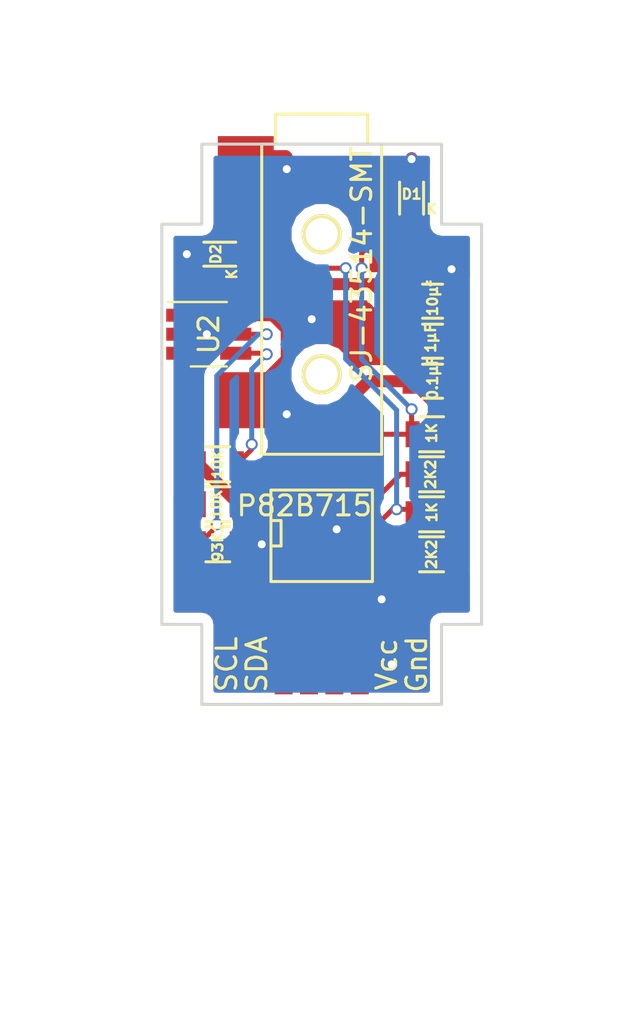
<source format=kicad_pcb>
(kicad_pcb (version 4) (host pcbnew 4.0.5+dfsg1-4)

  (general
    (links 34)
    (no_connects 0)
    (area 33.819048 38.3 69.35 89.000001)
    (thickness 1.6)
    (drawings 40)
    (tracks 134)
    (zones 0)
    (modules 16)
    (nets 11)
  )

  (page A4)
  (layers
    (0 F.Cu signal)
    (31 B.Cu signal)
    (32 B.Adhes user hide)
    (33 F.Adhes user hide)
    (34 B.Paste user hide)
    (35 F.Paste user hide)
    (36 B.SilkS user)
    (37 F.SilkS user)
    (38 B.Mask user hide)
    (39 F.Mask user hide)
    (40 Dwgs.User user)
    (41 Cmts.User user)
    (42 Eco1.User user)
    (43 Eco2.User user)
    (44 Edge.Cuts user)
    (45 Margin user hide)
    (46 B.CrtYd user)
    (47 F.CrtYd user)
    (48 B.Fab user)
    (49 F.Fab user)
  )

  (setup
    (last_trace_width 0.25)
    (user_trace_width 0.6)
    (trace_clearance 0.2)
    (zone_clearance 0.508)
    (zone_45_only no)
    (trace_min 0.2)
    (segment_width 0.2)
    (edge_width 0.15)
    (via_size 0.6)
    (via_drill 0.4)
    (via_min_size 0.4)
    (via_min_drill 0.3)
    (uvia_size 0.3)
    (uvia_drill 0.1)
    (uvias_allowed no)
    (uvia_min_size 0.2)
    (uvia_min_drill 0.1)
    (pcb_text_width 0.3)
    (pcb_text_size 1.5 1.5)
    (mod_edge_width 0.15)
    (mod_text_size 1 1)
    (mod_text_width 0.15)
    (pad_size 1.6 3.4)
    (pad_drill 0)
    (pad_to_mask_clearance 0.2)
    (aux_axis_origin 50 45)
    (visible_elements FFFFFF7F)
    (pcbplotparams
      (layerselection 0x00030_80000001)
      (usegerberextensions false)
      (excludeedgelayer true)
      (linewidth 0.100000)
      (plotframeref false)
      (viasonmask false)
      (mode 1)
      (useauxorigin false)
      (hpglpennumber 1)
      (hpglpenspeed 20)
      (hpglpendiameter 15)
      (hpglpenoverlay 2)
      (psnegative false)
      (psa4output false)
      (plotreference true)
      (plotvalue true)
      (plotinvisibletext false)
      (padsonsilk false)
      (subtractmaskfromsilk false)
      (outputformat 1)
      (mirror false)
      (drillshape 1)
      (scaleselection 1)
      (outputdirectory ""))
  )

  (net 0 "")
  (net 1 +5V)
  (net 2 GND)
  (net 3 /I2C_bridge/SCL_connector)
  (net 4 /I2C_bridge/SDA_connector)
  (net 5 /I2C_bridge/SCL_inside)
  (net 6 /I2C_bridge/SDA_inside)
  (net 7 "Net-(R5-Pad2)")
  (net 8 "Net-(R6-Pad2)")
  (net 9 "Net-(R7-Pad1)")
  (net 10 "Net-(TRRS1-Pad2)")

  (net_class Default "This is the default net class."
    (clearance 0.2)
    (trace_width 0.25)
    (via_dia 0.6)
    (via_drill 0.4)
    (uvia_dia 0.3)
    (uvia_drill 0.1)
    (add_net +5V)
    (add_net /I2C_bridge/SCL_connector)
    (add_net /I2C_bridge/SCL_inside)
    (add_net /I2C_bridge/SDA_connector)
    (add_net /I2C_bridge/SDA_inside)
    (add_net GND)
    (add_net "Net-(R5-Pad2)")
    (add_net "Net-(R6-Pad2)")
    (add_net "Net-(R7-Pad1)")
    (add_net "Net-(TRRS1-Pad2)")
  )

  (net_class power ""
    (clearance 0.3)
    (trace_width 0.4)
    (via_dia 0.8)
    (via_drill 0.6)
    (uvia_dia 0.3)
    (uvia_drill 0.1)
  )

  (module myComponents:solderPads_4_Grove_I2C (layer F.Cu) (tedit 58E53D59) (tstamp 58E55026)
    (at 50 71)
    (path /58E54ECF)
    (fp_text reference I2C1 (at 0.635 2.54) (layer F.SilkS) hide
      (effects (font (size 1 1) (thickness 0.15)))
    )
    (fp_text value CONN_01X04 (at 0 3) (layer F.Fab)
      (effects (font (size 1 1) (thickness 0.15)))
    )
    (fp_text user SDA (at -3.25 0 90) (layer F.SilkS)
      (effects (font (size 1 1) (thickness 0.15)))
    )
    (fp_text user SCL (at -4.75 0 90) (layer F.SilkS)
      (effects (font (size 1 1) (thickness 0.15)))
    )
    (fp_text user Gnd (at 4.75 0 90) (layer F.SilkS)
      (effects (font (size 1 1) (thickness 0.15)))
    )
    (fp_text user Vcc (at 3.25 0 90) (layer F.SilkS)
      (effects (font (size 1 1) (thickness 0.15)))
    )
    (pad 1 smd rect (at -1.905 0) (size 0.9 3) (layers F.Cu F.Paste F.Mask)
      (net 5 /I2C_bridge/SCL_inside))
    (pad 2 smd rect (at -0.635 0) (size 0.9 3) (layers F.Cu F.Paste F.Mask)
      (net 6 /I2C_bridge/SDA_inside))
    (pad 3 smd rect (at 0.635 0) (size 0.9 3) (layers F.Cu F.Paste F.Mask)
      (net 1 +5V))
    (pad 4 smd rect (at 1.905 0) (size 0.9 3) (layers F.Cu F.Paste F.Mask)
      (net 2 GND))
  )

  (module Capacitors_SMD:C_0805 (layer F.Cu) (tedit 58E6699A) (tstamp 58E665DA)
    (at 55.55 52.85)
    (descr "Capacitor SMD 0805, reflow soldering, AVX (see smccp.pdf)")
    (tags "capacitor 0805")
    (path /58E667B4/58E68B64)
    (attr smd)
    (fp_text reference C1 (at 2.5 0) (layer F.Fab)
      (effects (font (size 1 1) (thickness 0.15)))
    )
    (fp_text value 10µf (at 0 -0.15 270) (layer F.SilkS)
      (effects (font (size 0.5 0.5) (thickness 0.125)))
    )
    (fp_line (start -1 0.625) (end -1 -0.625) (layer F.Fab) (width 0.15))
    (fp_line (start 1 0.625) (end -1 0.625) (layer F.Fab) (width 0.15))
    (fp_line (start 1 -0.625) (end 1 0.625) (layer F.Fab) (width 0.15))
    (fp_line (start -1 -0.625) (end 1 -0.625) (layer F.Fab) (width 0.15))
    (fp_line (start -1.8 -1) (end 1.8 -1) (layer F.CrtYd) (width 0.05))
    (fp_line (start -1.8 1) (end 1.8 1) (layer F.CrtYd) (width 0.05))
    (fp_line (start -1.8 -1) (end -1.8 1) (layer F.CrtYd) (width 0.05))
    (fp_line (start 1.8 -1) (end 1.8 1) (layer F.CrtYd) (width 0.05))
    (fp_line (start 0.5 -0.85) (end -0.5 -0.85) (layer F.SilkS) (width 0.15))
    (fp_line (start -0.5 0.85) (end 0.5 0.85) (layer F.SilkS) (width 0.15))
    (pad 1 smd rect (at -1 0) (size 1 1.25) (layers F.Cu F.Paste F.Mask)
      (net 1 +5V))
    (pad 2 smd rect (at 1 0) (size 1 1.25) (layers F.Cu F.Paste F.Mask)
      (net 2 GND))
    (model Capacitors_SMD.3dshapes/C_0805.wrl
      (at (xyz 0 0 0))
      (scale (xyz 1 1 1))
      (rotate (xyz 0 0 0))
    )
  )

  (module Capacitors_SMD:C_0805 (layer F.Cu) (tedit 58E669AE) (tstamp 58E665EA)
    (at 55.55 54.85)
    (descr "Capacitor SMD 0805, reflow soldering, AVX (see smccp.pdf)")
    (tags "capacitor 0805")
    (path /58E667B4/58E68B6B)
    (attr smd)
    (fp_text reference C2 (at 2.404999 -0.065) (layer F.Fab)
      (effects (font (size 1 1) (thickness 0.15)))
    )
    (fp_text value 1µF (at -0.095001 -0.15 270) (layer F.SilkS)
      (effects (font (size 0.5 0.5) (thickness 0.125)))
    )
    (fp_line (start -1 0.625) (end -1 -0.625) (layer F.Fab) (width 0.15))
    (fp_line (start 1 0.625) (end -1 0.625) (layer F.Fab) (width 0.15))
    (fp_line (start 1 -0.625) (end 1 0.625) (layer F.Fab) (width 0.15))
    (fp_line (start -1 -0.625) (end 1 -0.625) (layer F.Fab) (width 0.15))
    (fp_line (start -1.8 -1) (end 1.8 -1) (layer F.CrtYd) (width 0.05))
    (fp_line (start -1.8 1) (end 1.8 1) (layer F.CrtYd) (width 0.05))
    (fp_line (start -1.8 -1) (end -1.8 1) (layer F.CrtYd) (width 0.05))
    (fp_line (start 1.8 -1) (end 1.8 1) (layer F.CrtYd) (width 0.05))
    (fp_line (start 0.5 -0.85) (end -0.5 -0.85) (layer F.SilkS) (width 0.15))
    (fp_line (start -0.5 0.85) (end 0.5 0.85) (layer F.SilkS) (width 0.15))
    (pad 1 smd rect (at -1 0) (size 1 1.25) (layers F.Cu F.Paste F.Mask)
      (net 1 +5V))
    (pad 2 smd rect (at 1 0) (size 1 1.25) (layers F.Cu F.Paste F.Mask)
      (net 2 GND))
    (model Capacitors_SMD.3dshapes/C_0805.wrl
      (at (xyz 0 0 0))
      (scale (xyz 1 1 1))
      (rotate (xyz 0 0 0))
    )
  )

  (module Capacitors_SMD:C_0805 (layer F.Cu) (tedit 58E669DD) (tstamp 58E665FA)
    (at 55.55 56.85)
    (descr "Capacitor SMD 0805, reflow soldering, AVX (see smccp.pdf)")
    (tags "capacitor 0805")
    (path /58E667B4/58E68B72)
    (attr smd)
    (fp_text reference C3 (at 2.5 0) (layer F.Fab)
      (effects (font (size 1 1) (thickness 0.15)))
    )
    (fp_text value 0.1µF (at 0 -0.15 270) (layer F.SilkS)
      (effects (font (size 0.5 0.5) (thickness 0.125)))
    )
    (fp_line (start -1 0.625) (end -1 -0.625) (layer F.Fab) (width 0.15))
    (fp_line (start 1 0.625) (end -1 0.625) (layer F.Fab) (width 0.15))
    (fp_line (start 1 -0.625) (end 1 0.625) (layer F.Fab) (width 0.15))
    (fp_line (start -1 -0.625) (end 1 -0.625) (layer F.Fab) (width 0.15))
    (fp_line (start -1.8 -1) (end 1.8 -1) (layer F.CrtYd) (width 0.05))
    (fp_line (start -1.8 1) (end 1.8 1) (layer F.CrtYd) (width 0.05))
    (fp_line (start -1.8 -1) (end -1.8 1) (layer F.CrtYd) (width 0.05))
    (fp_line (start 1.8 -1) (end 1.8 1) (layer F.CrtYd) (width 0.05))
    (fp_line (start 0.5 -0.85) (end -0.5 -0.85) (layer F.SilkS) (width 0.15))
    (fp_line (start -0.5 0.85) (end 0.5 0.85) (layer F.SilkS) (width 0.15))
    (pad 1 smd rect (at -1 0) (size 1 1.25) (layers F.Cu F.Paste F.Mask)
      (net 1 +5V))
    (pad 2 smd rect (at 1 0) (size 1 1.25) (layers F.Cu F.Paste F.Mask)
      (net 2 GND))
    (model Capacitors_SMD.3dshapes/C_0805.wrl
      (at (xyz 0 0 0))
      (scale (xyz 1 1 1))
      (rotate (xyz 0 0 0))
    )
  )

  (module Diodes_SMD:SOD-523 (layer F.Cu) (tedit 58E7A419) (tstamp 58E665FB)
    (at 54.5 47.5 90)
    (descr "http://www.diodes.com/datasheets/ap02001.pdf p.144")
    (tags "Diode SOD523")
    (path /58E667B4/58E68B27)
    (attr smd)
    (fp_text reference D1 (at 0 0 180) (layer F.SilkS)
      (effects (font (size 0.5 0.5) (thickness 0.125)))
    )
    (fp_text value VESD05a1 (at 5 0 90) (layer F.Fab)
      (effects (font (size 1 1) (thickness 0.15)))
    )
    (fp_line (start 1.25 -0.75) (end 1.25 0.75) (layer F.CrtYd) (width 0.05))
    (fp_line (start -1.25 -0.75) (end 1.25 -0.75) (layer F.CrtYd) (width 0.05))
    (fp_line (start -1.25 0.75) (end -1.25 -0.75) (layer F.CrtYd) (width 0.05))
    (fp_line (start 1.25 0.75) (end -1.25 0.75) (layer F.CrtYd) (width 0.05))
    (fp_line (start 0.1 0) (end 0.25 0) (layer F.Fab) (width 0.15))
    (fp_line (start 0.1 -0.2) (end -0.2 0) (layer F.Fab) (width 0.15))
    (fp_line (start 0.1 0.2) (end 0.1 -0.2) (layer F.Fab) (width 0.15))
    (fp_line (start -0.2 0) (end 0.1 0.2) (layer F.Fab) (width 0.15))
    (fp_line (start -0.2 0) (end -0.35 0) (layer F.Fab) (width 0.15))
    (fp_line (start -0.2 0.2) (end -0.2 -0.2) (layer F.Fab) (width 0.15))
    (fp_line (start 0.6 -0.4) (end 0.6 0.4) (layer F.Fab) (width 0.15))
    (fp_line (start -0.6 -0.4) (end 0.6 -0.4) (layer F.Fab) (width 0.15))
    (fp_line (start -0.6 0.4) (end -0.6 -0.4) (layer F.Fab) (width 0.15))
    (fp_line (start 0.6 0.4) (end -0.6 0.4) (layer F.Fab) (width 0.15))
    (fp_line (start 0.6 -0.6) (end -1 -0.6) (layer F.SilkS) (width 0.15))
    (fp_line (start 0.6 0.6) (end -1 0.6) (layer F.SilkS) (width 0.15))
    (pad 2 smd rect (at 0.7 0 270) (size 0.6 0.7) (layers F.Cu F.Paste F.Mask)
      (net 2 GND))
    (pad 1 smd rect (at -0.7 0 270) (size 0.6 0.7) (layers F.Cu F.Paste F.Mask)
      (net 3 /I2C_bridge/SCL_connector))
  )

  (module Diodes_SMD:SOD-523 (layer F.Cu) (tedit 58E7A473) (tstamp 58E66625)
    (at 44.7 50.5 180)
    (descr "http://www.diodes.com/datasheets/ap02001.pdf p.144")
    (tags "Diode SOD523")
    (path /58E667B4/58E68B2E)
    (attr smd)
    (fp_text reference D2 (at 0 0 270) (layer F.SilkS)
      (effects (font (size 0.5 0.5) (thickness 0.125)))
    )
    (fp_text value VESD05a1 (at 6.7 0 180) (layer F.Fab)
      (effects (font (size 1 1) (thickness 0.15)))
    )
    (fp_line (start 1.25 -0.75) (end 1.25 0.75) (layer F.CrtYd) (width 0.05))
    (fp_line (start -1.25 -0.75) (end 1.25 -0.75) (layer F.CrtYd) (width 0.05))
    (fp_line (start -1.25 0.75) (end -1.25 -0.75) (layer F.CrtYd) (width 0.05))
    (fp_line (start 1.25 0.75) (end -1.25 0.75) (layer F.CrtYd) (width 0.05))
    (fp_line (start 0.1 0) (end 0.25 0) (layer F.Fab) (width 0.15))
    (fp_line (start 0.1 -0.2) (end -0.2 0) (layer F.Fab) (width 0.15))
    (fp_line (start 0.1 0.2) (end 0.1 -0.2) (layer F.Fab) (width 0.15))
    (fp_line (start -0.2 0) (end 0.1 0.2) (layer F.Fab) (width 0.15))
    (fp_line (start -0.2 0) (end -0.35 0) (layer F.Fab) (width 0.15))
    (fp_line (start -0.2 0.2) (end -0.2 -0.2) (layer F.Fab) (width 0.15))
    (fp_line (start 0.6 -0.4) (end 0.6 0.4) (layer F.Fab) (width 0.15))
    (fp_line (start -0.6 -0.4) (end 0.6 -0.4) (layer F.Fab) (width 0.15))
    (fp_line (start -0.6 0.4) (end -0.6 -0.4) (layer F.Fab) (width 0.15))
    (fp_line (start 0.6 0.4) (end -0.6 0.4) (layer F.Fab) (width 0.15))
    (fp_line (start 0.6 -0.6) (end -1 -0.6) (layer F.SilkS) (width 0.15))
    (fp_line (start 0.6 0.6) (end -1 0.6) (layer F.SilkS) (width 0.15))
    (pad 2 smd rect (at 0.7 0) (size 0.6 0.7) (layers F.Cu F.Paste F.Mask)
      (net 2 GND))
    (pad 1 smd rect (at -0.7 0) (size 0.6 0.7) (layers F.Cu F.Paste F.Mask)
      (net 4 /I2C_bridge/SDA_connector))
  )

  (module SMD_Packages:SOIC-8-N (layer F.Cu) (tedit 58E7A4A6) (tstamp 58E6668D)
    (at 50 64.575)
    (descr "Module Narrow CMS SOJ 8 pins large")
    (tags "CMS SOJ")
    (path /58E667B4/58E68B1E)
    (attr smd)
    (fp_text reference U1 (at -0.365 1.5) (layer F.Fab)
      (effects (font (size 1 1) (thickness 0.15)))
    )
    (fp_text value P82B715 (at -0.865 -1.5) (layer F.SilkS)
      (effects (font (size 1 1) (thickness 0.15)))
    )
    (fp_line (start -2.54 -2.286) (end 2.54 -2.286) (layer F.SilkS) (width 0.15))
    (fp_line (start 2.54 -2.286) (end 2.54 2.286) (layer F.SilkS) (width 0.15))
    (fp_line (start 2.54 2.286) (end -2.54 2.286) (layer F.SilkS) (width 0.15))
    (fp_line (start -2.54 2.286) (end -2.54 -2.286) (layer F.SilkS) (width 0.15))
    (fp_line (start -2.54 -0.762) (end -2.032 -0.762) (layer F.SilkS) (width 0.15))
    (fp_line (start -2.032 -0.762) (end -2.032 0.508) (layer F.SilkS) (width 0.15))
    (fp_line (start -2.032 0.508) (end -2.54 0.508) (layer F.SilkS) (width 0.15))
    (pad 8 smd rect (at -1.905 -3.175) (size 0.508 1.143) (layers F.Cu F.Paste F.Mask)
      (net 1 +5V))
    (pad 7 smd rect (at -0.635 -3.175) (size 0.508 1.143) (layers F.Cu F.Paste F.Mask)
      (net 3 /I2C_bridge/SCL_connector))
    (pad 6 smd rect (at 0.635 -3.175) (size 0.508 1.143) (layers F.Cu F.Paste F.Mask)
      (net 5 /I2C_bridge/SCL_inside))
    (pad 5 smd rect (at 1.905 -3.175) (size 0.508 1.143) (layers F.Cu F.Paste F.Mask))
    (pad 4 smd rect (at 1.905 3.175) (size 0.508 1.143) (layers F.Cu F.Paste F.Mask)
      (net 2 GND))
    (pad 3 smd rect (at 0.635 3.175) (size 0.508 1.143) (layers F.Cu F.Paste F.Mask)
      (net 6 /I2C_bridge/SDA_inside))
    (pad 2 smd rect (at -0.635 3.175) (size 0.508 1.143) (layers F.Cu F.Paste F.Mask)
      (net 4 /I2C_bridge/SDA_connector))
    (pad 1 smd rect (at -1.905 3.175) (size 0.508 1.143) (layers F.Cu F.Paste F.Mask))
    (model SMD_Packages.3dshapes/SOIC-8-N.wrl
      (at (xyz 0 0 0))
      (scale (xyz 0.5 0.38 0.5))
      (rotate (xyz 0 0 0))
    )
  )

  (module Resistors_SMD:R_0805 (layer F.Cu) (tedit 58E66A9B) (tstamp 58E67486)
    (at 55.5 59.5)
    (descr "Resistor SMD 0805, reflow soldering, Vishay (see dcrcw.pdf)")
    (tags "resistor 0805")
    (path /58E667B4/58E68B35)
    (attr smd)
    (fp_text reference R1 (at 2.254999 -0.065) (layer F.Fab)
      (effects (font (size 1 1) (thickness 0.15)))
    )
    (fp_text value 1K (at 0.004999 -0.065 270) (layer F.SilkS)
      (effects (font (size 0.5 0.5) (thickness 0.125)))
    )
    (fp_line (start -1 0.625) (end -1 -0.625) (layer F.Fab) (width 0.1))
    (fp_line (start 1 0.625) (end -1 0.625) (layer F.Fab) (width 0.1))
    (fp_line (start 1 -0.625) (end 1 0.625) (layer F.Fab) (width 0.1))
    (fp_line (start -1 -0.625) (end 1 -0.625) (layer F.Fab) (width 0.1))
    (fp_line (start -1.6 -1) (end 1.6 -1) (layer F.CrtYd) (width 0.05))
    (fp_line (start -1.6 1) (end 1.6 1) (layer F.CrtYd) (width 0.05))
    (fp_line (start -1.6 -1) (end -1.6 1) (layer F.CrtYd) (width 0.05))
    (fp_line (start 1.6 -1) (end 1.6 1) (layer F.CrtYd) (width 0.05))
    (fp_line (start 0.6 0.875) (end -0.6 0.875) (layer F.SilkS) (width 0.15))
    (fp_line (start -0.6 -0.875) (end 0.6 -0.875) (layer F.SilkS) (width 0.15))
    (pad 1 smd rect (at -0.95 0) (size 0.7 1.3) (layers F.Cu F.Paste F.Mask)
      (net 3 /I2C_bridge/SCL_connector))
    (pad 2 smd rect (at 0.95 0) (size 0.7 1.3) (layers F.Cu F.Paste F.Mask)
      (net 1 +5V))
    (model Resistors_SMD.3dshapes/R_0805.wrl
      (at (xyz 0 0 0))
      (scale (xyz 1 1 1))
      (rotate (xyz 0 0 0))
    )
  )

  (module Resistors_SMD:R_0805 (layer F.Cu) (tedit 58E66A6F) (tstamp 58E67495)
    (at 55.5 63.5)
    (descr "Resistor SMD 0805, reflow soldering, Vishay (see dcrcw.pdf)")
    (tags "resistor 0805")
    (path /58E667B4/58E68B3C)
    (attr smd)
    (fp_text reference R2 (at 2.264999 -0.115) (layer F.Fab)
      (effects (font (size 1 1) (thickness 0.15)))
    )
    (fp_text value 1K (at 0.014999 -0.1 270) (layer F.SilkS)
      (effects (font (size 0.5 0.5) (thickness 0.125)))
    )
    (fp_line (start -1 0.625) (end -1 -0.625) (layer F.Fab) (width 0.1))
    (fp_line (start 1 0.625) (end -1 0.625) (layer F.Fab) (width 0.1))
    (fp_line (start 1 -0.625) (end 1 0.625) (layer F.Fab) (width 0.1))
    (fp_line (start -1 -0.625) (end 1 -0.625) (layer F.Fab) (width 0.1))
    (fp_line (start -1.6 -1) (end 1.6 -1) (layer F.CrtYd) (width 0.05))
    (fp_line (start -1.6 1) (end 1.6 1) (layer F.CrtYd) (width 0.05))
    (fp_line (start -1.6 -1) (end -1.6 1) (layer F.CrtYd) (width 0.05))
    (fp_line (start 1.6 -1) (end 1.6 1) (layer F.CrtYd) (width 0.05))
    (fp_line (start 0.6 0.875) (end -0.6 0.875) (layer F.SilkS) (width 0.15))
    (fp_line (start -0.6 -0.875) (end 0.6 -0.875) (layer F.SilkS) (width 0.15))
    (pad 1 smd rect (at -0.95 0) (size 0.7 1.3) (layers F.Cu F.Paste F.Mask)
      (net 4 /I2C_bridge/SDA_connector))
    (pad 2 smd rect (at 0.95 0) (size 0.7 1.3) (layers F.Cu F.Paste F.Mask)
      (net 1 +5V))
    (model Resistors_SMD.3dshapes/R_0805.wrl
      (at (xyz 0 0 0))
      (scale (xyz 1 1 1))
      (rotate (xyz 0 0 0))
    )
  )

  (module Resistors_SMD:R_0805 (layer F.Cu) (tedit 58E66AB2) (tstamp 58E674A4)
    (at 55.5 61.5)
    (descr "Resistor SMD 0805, reflow soldering, Vishay (see dcrcw.pdf)")
    (tags "resistor 0805")
    (path /58E667B4/58E68B4A)
    (attr smd)
    (fp_text reference R3 (at 2.204999 0.065) (layer F.Fab)
      (effects (font (size 1 1) (thickness 0.15)))
    )
    (fp_text value 2K2 (at -0.045001 0 270) (layer F.SilkS)
      (effects (font (size 0.5 0.5) (thickness 0.125)))
    )
    (fp_line (start -1 0.625) (end -1 -0.625) (layer F.Fab) (width 0.1))
    (fp_line (start 1 0.625) (end -1 0.625) (layer F.Fab) (width 0.1))
    (fp_line (start 1 -0.625) (end 1 0.625) (layer F.Fab) (width 0.1))
    (fp_line (start -1 -0.625) (end 1 -0.625) (layer F.Fab) (width 0.1))
    (fp_line (start -1.6 -1) (end 1.6 -1) (layer F.CrtYd) (width 0.05))
    (fp_line (start -1.6 1) (end 1.6 1) (layer F.CrtYd) (width 0.05))
    (fp_line (start -1.6 -1) (end -1.6 1) (layer F.CrtYd) (width 0.05))
    (fp_line (start 1.6 -1) (end 1.6 1) (layer F.CrtYd) (width 0.05))
    (fp_line (start 0.6 0.875) (end -0.6 0.875) (layer F.SilkS) (width 0.15))
    (fp_line (start -0.6 -0.875) (end 0.6 -0.875) (layer F.SilkS) (width 0.15))
    (pad 1 smd rect (at -0.95 0) (size 0.7 1.3) (layers F.Cu F.Paste F.Mask)
      (net 5 /I2C_bridge/SCL_inside))
    (pad 2 smd rect (at 0.95 0) (size 0.7 1.3) (layers F.Cu F.Paste F.Mask)
      (net 1 +5V))
    (model Resistors_SMD.3dshapes/R_0805.wrl
      (at (xyz 0 0 0))
      (scale (xyz 1 1 1))
      (rotate (xyz 0 0 0))
    )
  )

  (module Resistors_SMD:R_0805 (layer F.Cu) (tedit 58E66AD3) (tstamp 58E674B3)
    (at 55.5 65.5)
    (descr "Resistor SMD 0805, reflow soldering, Vishay (see dcrcw.pdf)")
    (tags "resistor 0805")
    (path /58E667B4/58E68B43)
    (attr smd)
    (fp_text reference R4 (at 2.214999 -0.115) (layer F.Fab)
      (effects (font (size 1 1) (thickness 0.15)))
    )
    (fp_text value 2K2 (at 0 0 270) (layer F.SilkS)
      (effects (font (size 0.5 0.5) (thickness 0.125)))
    )
    (fp_line (start -1 0.625) (end -1 -0.625) (layer F.Fab) (width 0.1))
    (fp_line (start 1 0.625) (end -1 0.625) (layer F.Fab) (width 0.1))
    (fp_line (start 1 -0.625) (end 1 0.625) (layer F.Fab) (width 0.1))
    (fp_line (start -1 -0.625) (end 1 -0.625) (layer F.Fab) (width 0.1))
    (fp_line (start -1.6 -1) (end 1.6 -1) (layer F.CrtYd) (width 0.05))
    (fp_line (start -1.6 1) (end 1.6 1) (layer F.CrtYd) (width 0.05))
    (fp_line (start -1.6 -1) (end -1.6 1) (layer F.CrtYd) (width 0.05))
    (fp_line (start 1.6 -1) (end 1.6 1) (layer F.CrtYd) (width 0.05))
    (fp_line (start 0.6 0.875) (end -0.6 0.875) (layer F.SilkS) (width 0.15))
    (fp_line (start -0.6 -0.875) (end 0.6 -0.875) (layer F.SilkS) (width 0.15))
    (pad 1 smd rect (at -0.95 0) (size 0.7 1.3) (layers F.Cu F.Paste F.Mask)
      (net 6 /I2C_bridge/SDA_inside))
    (pad 2 smd rect (at 0.95 0) (size 0.7 1.3) (layers F.Cu F.Paste F.Mask)
      (net 1 +5V))
    (model Resistors_SMD.3dshapes/R_0805.wrl
      (at (xyz 0 0 0))
      (scale (xyz 1 1 1))
      (rotate (xyz 0 0 0))
    )
  )

  (module myComponents:audio_smd_SJ-43514-SMT (layer F.Cu) (tedit 58E7A452) (tstamp 58E59A50)
    (at 50 45 270)
    (path /58E2915A)
    (fp_text reference TRRS1 (at 6 2 270) (layer F.Fab)
      (effects (font (size 1 1) (thickness 0.15)))
    )
    (fp_text value SJ-43514-SMT (at 6 -2 270) (layer F.SilkS)
      (effects (font (size 1 1) (thickness 0.15)))
    )
    (fp_line (start 0 -3) (end 0 3) (layer F.SilkS) (width 0.15))
    (fp_line (start 0 3) (end 15.5 3) (layer F.SilkS) (width 0.15))
    (fp_line (start 15.5 3) (end 15.5 -3) (layer F.SilkS) (width 0.15))
    (fp_line (start 15.5 -3) (end 0 -3) (layer F.SilkS) (width 0.15))
    (fp_line (start 0 -2.3) (end -1.5 -2.3) (layer F.SilkS) (width 0.15))
    (fp_line (start -1.5 -2.3) (end -1.5 2.3) (layer F.SilkS) (width 0.15))
    (fp_line (start -1.5 2.3) (end 0 2.3) (layer F.SilkS) (width 0.15))
    (pad "" thru_hole circle (at 4.5 0 270) (size 2 2) (drill 1.6) (layers *.Cu *.Mask F.SilkS))
    (pad "" thru_hole circle (at 11.5 0 270) (size 2 2) (drill 1.6) (layers *.Cu *.Mask F.SilkS))
    (pad 4 smd rect (at 3.4 3.8 270) (size 2.2 2.8) (layers F.Cu F.Paste F.Mask)
      (net 4 /I2C_bridge/SDA_connector))
    (pad 2 smd rect (at 12.8 3.8 270) (size 2.8 2.8) (layers F.Cu F.Paste F.Mask)
      (net 10 "Net-(TRRS1-Pad2)"))
    (pad 3 smd rect (at 5.3 -3.8 270) (size 2.2 2.8) (layers F.Cu F.Paste F.Mask)
      (net 3 /I2C_bridge/SCL_connector))
    (pad 1 smd rect (at 0.6 3.8 270) (size 2 2.8) (layers F.Cu F.Paste F.Mask)
      (net 2 GND))
    (model /mnt/gruscht/projects/keyboard/kicad_boards/myComponents.pretty/3d-models/audio_jack_SJ-43514-SMT.wrl
      (at (xyz 0 0 0))
      (scale (xyz 1 1 1))
      (rotate (xyz 0 0 0))
    )
  )

  (module Resistors_SMD:R_0805 (layer F.Cu) (tedit 58E7D888) (tstamp 58E81163)
    (at 44.8 61)
    (descr "Resistor SMD 0805, reflow soldering, Vishay (see dcrcw.pdf)")
    (tags "resistor 0805")
    (path /58E80ADC)
    (attr smd)
    (fp_text reference R5 (at -2.75 0) (layer F.Fab)
      (effects (font (size 1 1) (thickness 0.15)))
    )
    (fp_text value 10K (at 0 0 90) (layer F.SilkS)
      (effects (font (size 0.5 0.5) (thickness 0.125)))
    )
    (fp_line (start -1 0.625) (end -1 -0.625) (layer F.Fab) (width 0.1))
    (fp_line (start 1 0.625) (end -1 0.625) (layer F.Fab) (width 0.1))
    (fp_line (start 1 -0.625) (end 1 0.625) (layer F.Fab) (width 0.1))
    (fp_line (start -1 -0.625) (end 1 -0.625) (layer F.Fab) (width 0.1))
    (fp_line (start -1.6 -1) (end 1.6 -1) (layer F.CrtYd) (width 0.05))
    (fp_line (start -1.6 1) (end 1.6 1) (layer F.CrtYd) (width 0.05))
    (fp_line (start -1.6 -1) (end -1.6 1) (layer F.CrtYd) (width 0.05))
    (fp_line (start 1.6 -1) (end 1.6 1) (layer F.CrtYd) (width 0.05))
    (fp_line (start 0.6 0.875) (end -0.6 0.875) (layer F.SilkS) (width 0.15))
    (fp_line (start -0.6 -0.875) (end 0.6 -0.875) (layer F.SilkS) (width 0.15))
    (pad 1 smd rect (at -0.95 0) (size 0.7 1.3) (layers F.Cu F.Paste F.Mask)
      (net 1 +5V))
    (pad 2 smd rect (at 0.95 0) (size 0.7 1.3) (layers F.Cu F.Paste F.Mask)
      (net 7 "Net-(R5-Pad2)"))
    (model Resistors_SMD.3dshapes/R_0805.wrl
      (at (xyz 0 0 0))
      (scale (xyz 1 1 1))
      (rotate (xyz 0 0 0))
    )
  )

  (module Resistors_SMD:R_0805 (layer F.Cu) (tedit 58E7D9AC) (tstamp 58E81173)
    (at 44.8 63 180)
    (descr "Resistor SMD 0805, reflow soldering, Vishay (see dcrcw.pdf)")
    (tags "resistor 0805")
    (path /58E808EC)
    (attr smd)
    (fp_text reference R6 (at 2.75 0 180) (layer F.Fab)
      (effects (font (size 1 1) (thickness 0.15)))
    )
    (fp_text value 10K (at 0.05 0 270) (layer F.SilkS)
      (effects (font (size 0.5 0.5) (thickness 0.125)))
    )
    (fp_line (start -1 0.625) (end -1 -0.625) (layer F.Fab) (width 0.1))
    (fp_line (start 1 0.625) (end -1 0.625) (layer F.Fab) (width 0.1))
    (fp_line (start 1 -0.625) (end 1 0.625) (layer F.Fab) (width 0.1))
    (fp_line (start -1 -0.625) (end 1 -0.625) (layer F.Fab) (width 0.1))
    (fp_line (start -1.6 -1) (end 1.6 -1) (layer F.CrtYd) (width 0.05))
    (fp_line (start -1.6 1) (end 1.6 1) (layer F.CrtYd) (width 0.05))
    (fp_line (start -1.6 -1) (end -1.6 1) (layer F.CrtYd) (width 0.05))
    (fp_line (start 1.6 -1) (end 1.6 1) (layer F.CrtYd) (width 0.05))
    (fp_line (start 0.6 0.875) (end -0.6 0.875) (layer F.SilkS) (width 0.15))
    (fp_line (start -0.6 -0.875) (end 0.6 -0.875) (layer F.SilkS) (width 0.15))
    (pad 1 smd rect (at -0.95 0 180) (size 0.7 1.3) (layers F.Cu F.Paste F.Mask)
      (net 1 +5V))
    (pad 2 smd rect (at 0.95 0 180) (size 0.7 1.3) (layers F.Cu F.Paste F.Mask)
      (net 8 "Net-(R6-Pad2)"))
    (model Resistors_SMD.3dshapes/R_0805.wrl
      (at (xyz 0 0 0))
      (scale (xyz 1 1 1))
      (rotate (xyz 0 0 0))
    )
  )

  (module Resistors_SMD:R_0805 (layer F.Cu) (tedit 58E7D8B9) (tstamp 58E81183)
    (at 44.8 65)
    (descr "Resistor SMD 0805, reflow soldering, Vishay (see dcrcw.pdf)")
    (tags "resistor 0805")
    (path /58E80B51)
    (attr smd)
    (fp_text reference R7 (at -2.75 0) (layer F.Fab)
      (effects (font (size 1 1) (thickness 0.15)))
    )
    (fp_text value 93K1 (at 0 -0.1 90) (layer F.SilkS)
      (effects (font (size 0.5 0.5) (thickness 0.125)))
    )
    (fp_line (start -1 0.625) (end -1 -0.625) (layer F.Fab) (width 0.1))
    (fp_line (start 1 0.625) (end -1 0.625) (layer F.Fab) (width 0.1))
    (fp_line (start 1 -0.625) (end 1 0.625) (layer F.Fab) (width 0.1))
    (fp_line (start -1 -0.625) (end 1 -0.625) (layer F.Fab) (width 0.1))
    (fp_line (start -1.6 -1) (end 1.6 -1) (layer F.CrtYd) (width 0.05))
    (fp_line (start -1.6 1) (end 1.6 1) (layer F.CrtYd) (width 0.05))
    (fp_line (start -1.6 -1) (end -1.6 1) (layer F.CrtYd) (width 0.05))
    (fp_line (start 1.6 -1) (end 1.6 1) (layer F.CrtYd) (width 0.05))
    (fp_line (start 0.6 0.875) (end -0.6 0.875) (layer F.SilkS) (width 0.15))
    (fp_line (start -0.6 -0.875) (end 0.6 -0.875) (layer F.SilkS) (width 0.15))
    (pad 1 smd rect (at -0.95 0) (size 0.7 1.3) (layers F.Cu F.Paste F.Mask)
      (net 9 "Net-(R7-Pad1)"))
    (pad 2 smd rect (at 0.95 0) (size 0.7 1.3) (layers F.Cu F.Paste F.Mask)
      (net 2 GND))
    (model Resistors_SMD.3dshapes/R_0805.wrl
      (at (xyz 0 0 0))
      (scale (xyz 1 1 1))
      (rotate (xyz 0 0 0))
    )
  )

  (module TO_SOT_Packages_SMD:SOT-23-6_Handsoldering (layer F.Cu) (tedit 583F3ECB) (tstamp 58E81197)
    (at 44.35 54.5)
    (descr "6-pin SOT-23 package, Handsoldering")
    (tags "SOT-23-6 Handsoldering")
    (path /58E7D76E)
    (attr smd)
    (fp_text reference U2 (at 0 0 90) (layer F.SilkS)
      (effects (font (size 1 1) (thickness 0.15)))
    )
    (fp_text value AP2553W6 (at -6.35 0) (layer F.Fab)
      (effects (font (size 1 1) (thickness 0.15)))
    )
    (fp_line (start -0.9 1.61) (end 0.9 1.61) (layer F.SilkS) (width 0.12))
    (fp_line (start 0.9 -1.61) (end -2.05 -1.61) (layer F.SilkS) (width 0.12))
    (fp_line (start -2.4 1.8) (end -2.4 -1.8) (layer F.CrtYd) (width 0.05))
    (fp_line (start 2.4 1.8) (end -2.4 1.8) (layer F.CrtYd) (width 0.05))
    (fp_line (start 2.4 -1.8) (end 2.4 1.8) (layer F.CrtYd) (width 0.05))
    (fp_line (start -2.4 -1.8) (end 2.4 -1.8) (layer F.CrtYd) (width 0.05))
    (fp_line (start 0.9 -1.55) (end -0.9 -1.55) (layer F.Fab) (width 0.15))
    (fp_line (start -0.9 -1.55) (end -0.9 1.55) (layer F.Fab) (width 0.15))
    (fp_line (start 0.9 1.55) (end -0.9 1.55) (layer F.Fab) (width 0.15))
    (fp_line (start 0.9 -1.55) (end 0.9 1.55) (layer F.Fab) (width 0.15))
    (pad 1 smd rect (at -1.35 -0.95) (size 1.56 0.65) (layers F.Cu F.Paste F.Mask)
      (net 1 +5V))
    (pad 2 smd rect (at -1.35 0) (size 1.56 0.65) (layers F.Cu F.Paste F.Mask)
      (net 2 GND))
    (pad 3 smd rect (at -1.35 0.95) (size 1.56 0.65) (layers F.Cu F.Paste F.Mask)
      (net 8 "Net-(R6-Pad2)"))
    (pad 4 smd rect (at 1.35 0.95) (size 1.56 0.65) (layers F.Cu F.Paste F.Mask)
      (net 7 "Net-(R5-Pad2)"))
    (pad 6 smd rect (at 1.35 -0.95) (size 1.56 0.65) (layers F.Cu F.Paste F.Mask)
      (net 10 "Net-(TRRS1-Pad2)"))
    (pad 5 smd rect (at 1.35 0) (size 1.56 0.65) (layers F.Cu F.Paste F.Mask)
      (net 9 "Net-(R7-Pad1)"))
    (model TO_SOT_Packages_SMD.3dshapes/SOT-23-6.wrl
      (at (xyz 0 0 0))
      (scale (xyz 1 1 1))
      (rotate (xyz 0 0 0))
    )
  )

  (gr_text K (at 45.5 51.5 90) (layer F.SilkS) (tstamp 58E816B3)
    (effects (font (size 0.5 0.5) (thickness 0.125)))
  )
  (gr_text K (at 55.5 48.25) (layer F.SilkS)
    (effects (font (size 0.5 0.5) (thickness 0.125)))
  )
  (gr_circle (center 38 47) (end 38 44.6) (layer Eco1.User) (width 0.2))
  (gr_line (start 34 47) (end 36 47) (layer Eco1.User) (width 0.2))
  (gr_line (start 34 55) (end 36 55) (layer Eco1.User) (width 0.2))
  (gr_line (start 34 63) (end 36 63) (layer Eco1.User) (width 0.2))
  (gr_line (start 34 67) (end 38 67) (layer Eco1.User) (width 0.2))
  (gr_line (start 34 59) (end 34 67) (layer Eco1.User) (width 0.2))
  (gr_line (start 34 59) (end 38 59) (layer Eco1.User) (width 0.2))
  (gr_line (start 34 51) (end 34 59) (layer Eco1.User) (width 0.2))
  (gr_line (start 34 51) (end 38 51) (layer Eco1.User) (width 0.2))
  (gr_line (start 34 43) (end 34 51) (layer Eco1.User) (width 0.2))
  (gr_line (start 38 43) (end 34 43) (layer Eco1.User) (width 0.2))
  (gr_line (start 38 78) (end 38 76) (layer Eco1.User) (width 0.2))
  (gr_line (start 46 78) (end 46 76) (layer Eco1.User) (width 0.2))
  (gr_line (start 54 78) (end 54 76) (layer Eco1.User) (width 0.2))
  (gr_line (start 62 78) (end 62 76) (layer Eco1.User) (width 0.2))
  (gr_line (start 66 78) (end 66 75) (layer Eco1.User) (width 0.2))
  (gr_line (start 58 78) (end 66 78) (layer Eco1.User) (width 0.2))
  (gr_line (start 34 78) (end 34 75) (layer Eco1.User) (width 0.2))
  (gr_line (start 42 78) (end 34 78) (layer Eco1.User) (width 0.2))
  (gr_line (start 42 78) (end 42 75) (layer Eco1.User) (width 0.2))
  (gr_line (start 50 78) (end 42 78) (layer Eco1.User) (width 0.2))
  (gr_line (start 58 78) (end 58 75) (layer Eco1.User) (width 0.2))
  (gr_line (start 50 78) (end 58 78) (layer Eco1.User) (width 0.2))
  (gr_line (start 50 75) (end 50 78) (layer Eco1.User) (width 0.2))
  (gr_line (start 44 49) (end 42 49) (layer Edge.Cuts) (width 0.15))
  (gr_line (start 44 45) (end 44 49) (layer Edge.Cuts) (width 0.15))
  (gr_line (start 56 49) (end 56 45) (layer Edge.Cuts) (width 0.15))
  (gr_line (start 58 49) (end 56 49) (layer Edge.Cuts) (width 0.15))
  (dimension 16 (width 0.3) (layer Eco2.User)
    (gr_text "16.000 mm" (at 50 39.65) (layer Eco2.User) (tstamp 58E63689)
      (effects (font (size 1.5 1.5) (thickness 0.3)))
    )
    (feature1 (pts (xy 42 44) (xy 42 38.3)))
    (feature2 (pts (xy 58 44) (xy 58 38.3)))
    (crossbar (pts (xy 58 41) (xy 42 41)))
    (arrow1a (pts (xy 42 41) (xy 43.126504 40.413579)))
    (arrow1b (pts (xy 42 41) (xy 43.126504 41.586421)))
    (arrow2a (pts (xy 58 41) (xy 56.873496 40.413579)))
    (arrow2b (pts (xy 58 41) (xy 56.873496 41.586421)))
  )
  (dimension 28 (width 0.3) (layer Eco2.User)
    (gr_text "28.000 mm" (at 62.85 59 90) (layer Eco2.User) (tstamp 58E882C8)
      (effects (font (size 1.5 1.5) (thickness 0.3)))
    )
    (feature1 (pts (xy 60 45) (xy 64.2 45)))
    (feature2 (pts (xy 60 73) (xy 64.2 73)))
    (crossbar (pts (xy 61.5 73) (xy 61.5 45)))
    (arrow1a (pts (xy 61.5 45) (xy 62.086421 46.126504)))
    (arrow1b (pts (xy 61.5 45) (xy 60.913579 46.126504)))
    (arrow2a (pts (xy 61.5 73) (xy 62.086421 71.873496)))
    (arrow2b (pts (xy 61.5 73) (xy 60.913579 71.873496)))
  )
  (gr_line (start 42 49) (end 42 69) (layer Edge.Cuts) (width 0.15))
  (gr_line (start 58 69) (end 58 49) (layer Edge.Cuts) (width 0.15))
  (gr_line (start 56 69) (end 58 69) (layer Edge.Cuts) (width 0.15))
  (gr_line (start 56 69) (end 56 73) (layer Edge.Cuts) (width 0.15))
  (gr_line (start 44 69) (end 42 69) (layer Edge.Cuts) (width 0.15))
  (gr_line (start 44 69) (end 44 73) (layer Edge.Cuts) (width 0.15))
  (gr_line (start 56 73) (end 44 73) (layer Edge.Cuts) (width 0.15))
  (gr_line (start 56 45) (end 44 45) (layer Edge.Cuts) (width 0.15))

  (segment (start 44.38 52.625) (end 45.005 52) (width 0.6) (layer F.Cu) (net 1))
  (segment (start 45.005 52) (end 52.6 52) (width 0.6) (layer F.Cu) (net 1))
  (segment (start 52.6 52) (end 53.45 52.85) (width 0.6) (layer F.Cu) (net 1))
  (segment (start 53.45 52.85) (end 54.55 52.85) (width 0.6) (layer F.Cu) (net 1))
  (segment (start 48.095 61.4) (end 48.095 61.0825) (width 0.6) (layer F.Cu) (net 1))
  (segment (start 48.095 61.0825) (end 52.3275 56.85) (width 0.6) (layer F.Cu) (net 1))
  (segment (start 52.3275 56.85) (end 53.45 56.85) (width 0.6) (layer F.Cu) (net 1))
  (segment (start 53.45 56.85) (end 54.55 56.85) (width 0.6) (layer F.Cu) (net 1))
  (segment (start 44.280001 52.724999) (end 44.38 52.625) (width 0.6) (layer F.Cu) (net 1))
  (segment (start 45.75 63) (end 45.75 62.9) (width 0.6) (layer F.Cu) (net 1))
  (segment (start 45.75 62.9) (end 43.85 61) (width 0.6) (layer F.Cu) (net 1))
  (segment (start 48.095 61.4) (end 47.35 61.4) (width 0.6) (layer F.Cu) (net 1))
  (segment (start 47.35 61.4) (end 45.75 63) (width 0.6) (layer F.Cu) (net 1))
  (segment (start 56.45 65.5) (end 56.45 65.8) (width 0.6) (layer F.Cu) (net 1))
  (segment (start 56.45 65.8) (end 53.250001 68.999999) (width 0.6) (layer F.Cu) (net 1))
  (segment (start 51.054999 68.999999) (end 50.635 69.419998) (width 0.6) (layer F.Cu) (net 1))
  (segment (start 53.250001 68.999999) (end 51.054999 68.999999) (width 0.6) (layer F.Cu) (net 1))
  (segment (start 50.635 69.419998) (end 50.635 71) (width 0.6) (layer F.Cu) (net 1))
  (segment (start 56.45 59.5) (end 56.45 58.75) (width 0.6) (layer F.Cu) (net 1))
  (segment (start 56.45 58.75) (end 54.55 56.85) (width 0.6) (layer F.Cu) (net 1))
  (segment (start 56.45 61.5) (end 56.45 59.5) (width 0.6) (layer F.Cu) (net 1))
  (segment (start 56.45 63.5) (end 56.45 61.5) (width 0.6) (layer F.Cu) (net 1))
  (segment (start 56.45 65.5) (end 56.45 63.5) (width 0.6) (layer F.Cu) (net 1))
  (segment (start 43 53.55) (end 43.455 53.55) (width 0.6) (layer F.Cu) (net 1))
  (segment (start 43.455 53.55) (end 44.38 52.625) (width 0.6) (layer F.Cu) (net 1))
  (segment (start 54.55 54.85) (end 54.55 56.85) (width 0.6) (layer F.Cu) (net 1))
  (segment (start 54.55 52.85) (end 54.55 54.85) (width 0.6) (layer F.Cu) (net 1))
  (segment (start 49.200001 54.049999) (end 49.5 53.75) (width 0.25) (layer B.Cu) (net 2))
  (segment (start 48.25 55) (end 49.200001 54.049999) (width 0.25) (layer B.Cu) (net 2))
  (segment (start 48.25 58.5) (end 48.25 55) (width 0.25) (layer B.Cu) (net 2))
  (via (at 49.5 53.75) (size 0.6) (drill 0.4) (layers F.Cu B.Cu) (net 2))
  (segment (start 50.75 64.25) (end 50.75 61) (width 0.25) (layer B.Cu) (net 2))
  (via (at 48.25 58.5) (size 0.6) (drill 0.4) (layers F.Cu B.Cu) (net 2))
  (segment (start 50.75 61) (end 48.25 58.5) (width 0.25) (layer B.Cu) (net 2))
  (segment (start 53 67.75) (end 53 66.5) (width 0.25) (layer B.Cu) (net 2))
  (segment (start 53 66.5) (end 50.75 64.25) (width 0.25) (layer B.Cu) (net 2))
  (via (at 50.75 64.25) (size 0.6) (drill 0.4) (layers F.Cu B.Cu) (net 2))
  (segment (start 48.25 45.65) (end 48.25 45.825736) (width 0.6) (layer F.Cu) (net 2))
  (segment (start 48.2 45.6) (end 48.25 45.65) (width 0.6) (layer F.Cu) (net 2))
  (segment (start 46.2 45.6) (end 48.2 45.6) (width 0.6) (layer F.Cu) (net 2))
  (segment (start 48.25 45.825736) (end 48.25 46.25) (width 0.6) (layer F.Cu) (net 2))
  (via (at 48.25 46.25) (size 0.6) (drill 0.4) (layers F.Cu B.Cu) (net 2))
  (segment (start 56.55 52.85) (end 56.55 51.3) (width 0.6) (layer F.Cu) (net 2))
  (segment (start 56.55 51.3) (end 56.5 51.25) (width 0.6) (layer F.Cu) (net 2))
  (via (at 56.5 51.25) (size 0.6) (drill 0.4) (layers F.Cu B.Cu) (net 2))
  (segment (start 44 50.5) (end 43.25 50.5) (width 0.6) (layer F.Cu) (net 2))
  (via (at 43.25 50.5) (size 0.6) (drill 0.4) (layers F.Cu B.Cu) (net 2))
  (segment (start 45.75 65) (end 47 65) (width 0.6) (layer F.Cu) (net 2))
  (via (at 47 65) (size 0.6) (drill 0.4) (layers F.Cu B.Cu) (net 2))
  (segment (start 51.905 67.75) (end 53 67.75) (width 0.6) (layer F.Cu) (net 2))
  (via (at 53 67.75) (size 0.6) (drill 0.4) (layers F.Cu B.Cu) (net 2))
  (segment (start 51.905 71) (end 53.5 71) (width 0.6) (layer F.Cu) (net 2))
  (via (at 53.5 71) (size 0.6) (drill 0.4) (layers F.Cu B.Cu) (net 2))
  (segment (start 54.5 46.8) (end 54.5 45.7) (width 0.6) (layer F.Cu) (net 2))
  (via (at 54.5 45.75) (size 0.6) (drill 0.4) (layers F.Cu B.Cu) (net 2))
  (segment (start 43 54.5) (end 44.25 54.5) (width 0.6) (layer F.Cu) (net 2))
  (via (at 44.25 54.5) (size 0.6) (drill 0.4) (layers F.Cu B.Cu) (net 2))
  (segment (start 52 50.775726) (end 52 51.19999) (width 0.25) (layer F.Cu) (net 3))
  (segment (start 52.15 50.3) (end 52 50.45) (width 0.25) (layer F.Cu) (net 3))
  (segment (start 52 50.45) (end 52 50.775726) (width 0.25) (layer F.Cu) (net 3))
  (via (at 52 51.19999) (size 0.6) (drill 0.4) (layers F.Cu B.Cu) (net 3))
  (segment (start 52 51.624254) (end 52 51.19999) (width 0.25) (layer B.Cu) (net 3))
  (segment (start 54.5 58.25) (end 52 55.75) (width 0.25) (layer B.Cu) (net 3))
  (segment (start 52 55.75) (end 52 51.624254) (width 0.25) (layer B.Cu) (net 3))
  (segment (start 53.8 50.3) (end 52.15 50.3) (width 0.25) (layer F.Cu) (net 3))
  (segment (start 49.365 61.4) (end 49.365 61.0825) (width 0.25) (layer F.Cu) (net 3))
  (segment (start 53.95 59.5) (end 54.55 59.5) (width 0.25) (layer F.Cu) (net 3))
  (segment (start 49.365 61.0825) (end 50.9475 59.5) (width 0.25) (layer F.Cu) (net 3))
  (segment (start 50.9475 59.5) (end 53.95 59.5) (width 0.25) (layer F.Cu) (net 3))
  (segment (start 54.5 58.25) (end 54.5 59.45) (width 0.25) (layer F.Cu) (net 3))
  (segment (start 54.5 59.45) (end 54.55 59.5) (width 0.25) (layer F.Cu) (net 3))
  (via (at 54.5 58.25) (size 0.6) (drill 0.4) (layers F.Cu B.Cu) (net 3))
  (segment (start 54.5 48.5) (end 54.5 49.6) (width 0.6) (layer F.Cu) (net 3))
  (segment (start 54.5 49.6) (end 53.8 50.3) (width 0.6) (layer F.Cu) (net 3))
  (segment (start 53.75 58.288998) (end 51.199997 55.738995) (width 0.25) (layer B.Cu) (net 4))
  (segment (start 46.94999 51.19999) (end 50.775733 51.19999) (width 0.25) (layer F.Cu) (net 4))
  (segment (start 46.25 50.5) (end 46.94999 51.19999) (width 0.25) (layer F.Cu) (net 4))
  (segment (start 51.199997 51.624254) (end 51.199997 51.19999) (width 0.25) (layer B.Cu) (net 4))
  (segment (start 51.199997 55.738995) (end 51.199997 51.624254) (width 0.25) (layer B.Cu) (net 4))
  (segment (start 50.775733 51.19999) (end 51.199997 51.19999) (width 0.25) (layer F.Cu) (net 4))
  (segment (start 53.75 63.25) (end 53.75 58.288998) (width 0.25) (layer B.Cu) (net 4))
  (via (at 51.199997 51.19999) (size 0.6) (drill 0.4) (layers F.Cu B.Cu) (net 4))
  (segment (start 49.365 67.75) (end 49.365 67.4325) (width 0.25) (layer F.Cu) (net 4))
  (segment (start 49.365 67.4325) (end 53.5475 63.25) (width 0.25) (layer F.Cu) (net 4))
  (segment (start 53.5475 63.25) (end 53.75 63.25) (width 0.25) (layer F.Cu) (net 4))
  (segment (start 53.75 63.25) (end 54.3 63.25) (width 0.25) (layer F.Cu) (net 4))
  (segment (start 54.3 63.25) (end 54.55 63.5) (width 0.25) (layer F.Cu) (net 4))
  (via (at 53.75 63.25) (size 0.6) (drill 0.4) (layers F.Cu B.Cu) (net 4))
  (segment (start 46.25 50.5) (end 46.2 50.45) (width 0.6) (layer F.Cu) (net 4))
  (segment (start 46.2 50.45) (end 46.2 48.4) (width 0.6) (layer F.Cu) (net 4))
  (segment (start 45.4 50.5) (end 46.25 50.5) (width 0.6) (layer F.Cu) (net 4))
  (segment (start 54.55 61.5) (end 53.95 61.5) (width 0.25) (layer F.Cu) (net 5))
  (segment (start 53.95 61.5) (end 52.85 62.6) (width 0.25) (layer F.Cu) (net 5))
  (segment (start 52.85 62.6) (end 51.5175 62.6) (width 0.25) (layer F.Cu) (net 5))
  (segment (start 51.5175 62.6) (end 50.635 61.7175) (width 0.25) (layer F.Cu) (net 5))
  (segment (start 50.635 61.7175) (end 50.635 61.4) (width 0.25) (layer F.Cu) (net 5))
  (segment (start 48.095 71) (end 48.095 69.155) (width 0.25) (layer F.Cu) (net 5))
  (segment (start 48.095 69.155) (end 48.785999 68.464001) (width 0.25) (layer F.Cu) (net 5))
  (segment (start 48.785999 68.464001) (end 48.785999 63.566501) (width 0.25) (layer F.Cu) (net 5))
  (segment (start 48.785999 63.566501) (end 50.635 61.7175) (width 0.25) (layer F.Cu) (net 5))
  (segment (start 50.635 67.75) (end 50.635 67.4325) (width 0.25) (layer F.Cu) (net 6))
  (segment (start 50.635 67.4325) (end 52.5675 65.5) (width 0.25) (layer F.Cu) (net 6))
  (segment (start 52.5675 65.5) (end 53.95 65.5) (width 0.25) (layer F.Cu) (net 6))
  (segment (start 53.95 65.5) (end 54.55 65.5) (width 0.25) (layer F.Cu) (net 6))
  (segment (start 49.365 71) (end 49.365 69.160502) (width 0.25) (layer F.Cu) (net 6))
  (segment (start 49.365 69.160502) (end 49.954002 68.5715) (width 0.25) (layer F.Cu) (net 6))
  (segment (start 49.954002 68.5715) (end 50.131 68.5715) (width 0.25) (layer F.Cu) (net 6))
  (segment (start 50.131 68.5715) (end 50.635 68.0675) (width 0.25) (layer F.Cu) (net 6))
  (segment (start 50.635 68.0675) (end 50.635 67.75) (width 0.25) (layer F.Cu) (net 6))
  (segment (start 47.2 55.45) (end 47.25 55.5) (width 0.25) (layer F.Cu) (net 7))
  (segment (start 45.7 55.45) (end 47.2 55.45) (width 0.25) (layer F.Cu) (net 7))
  (segment (start 46.5 60) (end 46.5 56.25) (width 0.25) (layer B.Cu) (net 7))
  (segment (start 46.950001 55.799999) (end 47.25 55.5) (width 0.25) (layer B.Cu) (net 7))
  (segment (start 46.5 56.25) (end 46.950001 55.799999) (width 0.25) (layer B.Cu) (net 7))
  (via (at 47.25 55.5) (size 0.6) (drill 0.4) (layers F.Cu B.Cu) (net 7))
  (segment (start 46.5 60) (end 46.5 60.25) (width 0.25) (layer F.Cu) (net 7))
  (segment (start 46.5 60.25) (end 45.75 61) (width 0.25) (layer F.Cu) (net 7))
  (via (at 46.5 60) (size 0.6) (drill 0.4) (layers F.Cu B.Cu) (net 7))
  (segment (start 43.85 63) (end 43.85 62.7) (width 0.25) (layer F.Cu) (net 8))
  (segment (start 43.85 62.7) (end 43 61.85) (width 0.25) (layer F.Cu) (net 8))
  (segment (start 43 61.85) (end 43 56.025) (width 0.25) (layer F.Cu) (net 8))
  (segment (start 43 56.025) (end 43 55.45) (width 0.25) (layer F.Cu) (net 8))
  (segment (start 46.825736 54.5) (end 47.25 54.5) (width 0.25) (layer B.Cu) (net 9))
  (segment (start 44.75 56.575736) (end 46.825736 54.5) (width 0.25) (layer B.Cu) (net 9))
  (segment (start 44.75 64) (end 44.75 56.575736) (width 0.25) (layer B.Cu) (net 9))
  (segment (start 45.7 54.5) (end 47.25 54.5) (width 0.25) (layer F.Cu) (net 9))
  (via (at 47.25 54.5) (size 0.6) (drill 0.4) (layers F.Cu B.Cu) (net 9))
  (segment (start 44.75 64) (end 44.75 64.1) (width 0.25) (layer F.Cu) (net 9))
  (segment (start 44.75 64.1) (end 43.85 65) (width 0.25) (layer F.Cu) (net 9))
  (via (at 44.75 64) (size 0.6) (drill 0.4) (layers F.Cu B.Cu) (net 9))
  (segment (start 46.2 57.8) (end 48.25 55.75) (width 0.6) (layer F.Cu) (net 10))
  (segment (start 48.25 55.75) (end 48.25 54.25) (width 0.6) (layer F.Cu) (net 10))
  (segment (start 48.25 54.25) (end 47.55 53.55) (width 0.6) (layer F.Cu) (net 10))
  (segment (start 47.55 53.55) (end 45.7 53.55) (width 0.6) (layer F.Cu) (net 10))

  (zone (net 2) (net_name GND) (layer F.Cu) (tstamp 0) (hatch edge 0.508)
    (connect_pads (clearance 0.508))
    (min_thickness 0.254)
    (fill yes (arc_segments 16) (thermal_gap 0.508) (thermal_bridge_width 0.508))
    (polygon
      (pts
        (xy 42.5 45) (xy 58.5 45) (xy 58.5 89) (xy 41.5 89) (xy 41.5 46)
      )
    )
    (filled_polygon
      (pts
        (xy 48.770388 62.50731) (xy 48.248598 63.0291) (xy 48.083851 63.275662) (xy 48.025999 63.566501) (xy 48.025999 66.53106)
        (xy 47.841 66.53106) (xy 47.605683 66.575338) (xy 47.389559 66.71441) (xy 47.244569 66.92661) (xy 47.19356 67.1785)
        (xy 47.19356 68.3215) (xy 47.237838 68.556817) (xy 47.37691 68.772941) (xy 47.429701 68.809012) (xy 47.392852 68.864161)
        (xy 47.382927 68.914055) (xy 47.193559 69.03591) (xy 47.048569 69.24811) (xy 46.99756 69.5) (xy 46.99756 72.29)
        (xy 44.71 72.29) (xy 44.71 69) (xy 44.655954 68.728295) (xy 44.502046 68.497954) (xy 44.271705 68.344046)
        (xy 44 68.29) (xy 42.71 68.29) (xy 42.71 62.634802) (xy 42.85256 62.777362) (xy 42.85256 63.65)
        (xy 42.896838 63.885317) (xy 42.97062 63.999978) (xy 42.903569 64.09811) (xy 42.85256 64.35) (xy 42.85256 65.65)
        (xy 42.896838 65.885317) (xy 43.03591 66.101441) (xy 43.24811 66.246431) (xy 43.5 66.29744) (xy 44.2 66.29744)
        (xy 44.435317 66.253162) (xy 44.651441 66.11409) (xy 44.796431 65.90189) (xy 44.803191 65.86851) (xy 44.861673 66.009699)
        (xy 45.040302 66.188327) (xy 45.273691 66.285) (xy 45.46425 66.285) (xy 45.623 66.12625) (xy 45.623 65.127)
        (xy 45.877 65.127) (xy 45.877 66.12625) (xy 46.03575 66.285) (xy 46.226309 66.285) (xy 46.459698 66.188327)
        (xy 46.638327 66.009699) (xy 46.735 65.77631) (xy 46.735 65.28575) (xy 46.57625 65.127) (xy 45.877 65.127)
        (xy 45.623 65.127) (xy 45.603 65.127) (xy 45.603 64.873) (xy 45.623 64.873) (xy 45.623 64.853)
        (xy 45.877 64.853) (xy 45.877 64.873) (xy 46.57625 64.873) (xy 46.735 64.71425) (xy 46.735 64.22369)
        (xy 46.638327 63.990301) (xy 46.636958 63.988932) (xy 46.696431 63.90189) (xy 46.74744 63.65) (xy 46.74744 63.32485)
        (xy 47.538761 62.533529) (xy 47.58911 62.567931) (xy 47.841 62.61894) (xy 48.349 62.61894) (xy 48.584317 62.574662)
        (xy 48.730907 62.480334)
      )
    )
    (filled_polygon
      (pts
        (xy 57.29 68.29) (xy 56 68.29) (xy 55.728295 68.344046) (xy 55.497954 68.497954) (xy 55.344046 68.728295)
        (xy 55.29 69) (xy 55.29 72.29) (xy 52.99 72.29) (xy 52.99 71.28575) (xy 52.83125 71.127)
        (xy 52.032 71.127) (xy 52.032 71.147) (xy 51.778 71.147) (xy 51.778 71.127) (xy 51.758 71.127)
        (xy 51.758 70.873) (xy 51.778 70.873) (xy 51.778 70.853) (xy 52.032 70.853) (xy 52.032 70.873)
        (xy 52.83125 70.873) (xy 52.99 70.71425) (xy 52.99 69.934999) (xy 53.250001 69.934999) (xy 53.60781 69.863826)
        (xy 53.911146 69.661144) (xy 56.77485 66.79744) (xy 56.8 66.79744) (xy 57.035317 66.753162) (xy 57.251441 66.61409)
        (xy 57.29 66.557657)
      )
    )
    (filled_polygon
      (pts
        (xy 53.596838 66.385317) (xy 53.73591 66.601441) (xy 53.94811 66.746431) (xy 54.142013 66.785697) (xy 52.862711 68.064999)
        (xy 52.794 68.064999) (xy 52.794 68.03575) (xy 52.63525 67.877) (xy 52.032 67.877) (xy 52.032 67.897)
        (xy 51.778 67.897) (xy 51.778 67.877) (xy 51.758 67.877) (xy 51.758 67.623) (xy 51.778 67.623)
        (xy 51.778 67.603) (xy 52.032 67.603) (xy 52.032 67.623) (xy 52.63525 67.623) (xy 52.794 67.46425)
        (xy 52.794 67.05219) (xy 52.697327 66.818801) (xy 52.518698 66.640173) (xy 52.506982 66.63532) (xy 52.882302 66.26)
        (xy 53.573258 66.26)
      )
    )
    (filled_polygon
      (pts
        (xy 50.980099 63.137401) (xy 51.22666 63.302148) (xy 51.274914 63.311746) (xy 51.5175 63.36) (xy 52.362698 63.36)
        (xy 49.545999 66.176699) (xy 49.545999 63.881303) (xy 50.635 62.792302)
      )
    )
    (filled_polygon
      (pts
        (xy 48.613106 57.424943) (xy 49.072637 57.885278) (xy 49.673352 58.134716) (xy 49.720453 58.134757) (xy 47.635478 60.219732)
        (xy 47.605683 60.225338) (xy 47.389559 60.36441) (xy 47.316978 60.470636) (xy 47.434838 60.186799) (xy 47.435134 59.84744)
        (xy 47.6 59.84744) (xy 47.835317 59.803162) (xy 48.051441 59.66409) (xy 48.196431 59.45189) (xy 48.24744 59.2)
        (xy 48.24744 57.07485) (xy 48.403831 56.918459)
      )
    )
    (filled_polygon
      (pts
        (xy 56 49.71) (xy 57.29 49.71) (xy 57.29 51.637092) (xy 57.176309 51.59) (xy 56.83575 51.59)
        (xy 56.677 51.74875) (xy 56.677 52.723) (xy 56.697 52.723) (xy 56.697 52.977) (xy 56.677 52.977)
        (xy 56.677 54.723) (xy 56.697 54.723) (xy 56.697 54.977) (xy 56.677 54.977) (xy 56.677 56.723)
        (xy 56.697 56.723) (xy 56.697 56.977) (xy 56.677 56.977) (xy 56.677 56.997) (xy 56.423 56.997)
        (xy 56.423 56.977) (xy 56.403 56.977) (xy 56.403 56.723) (xy 56.423 56.723) (xy 56.423 54.977)
        (xy 56.403 54.977) (xy 56.403 54.723) (xy 56.423 54.723) (xy 56.423 52.977) (xy 56.403 52.977)
        (xy 56.403 52.723) (xy 56.423 52.723) (xy 56.423 51.74875) (xy 56.26425 51.59) (xy 55.923691 51.59)
        (xy 55.79846 51.641873) (xy 55.84744 51.4) (xy 55.84744 49.679654)
      )
    )
    (filled_polygon
      (pts
        (xy 52.788855 53.511145) (xy 53.092191 53.713827) (xy 53.141117 53.723559) (xy 53.45 53.785001) (xy 53.450005 53.785)
        (xy 53.494895 53.785) (xy 53.53719 53.850727) (xy 53.453569 53.97311) (xy 53.40256 54.225) (xy 53.40256 55.475)
        (xy 53.446838 55.710317) (xy 53.53719 55.850727) (xy 53.493274 55.915) (xy 52.3275 55.915) (xy 51.969691 55.986173)
        (xy 51.666355 56.188855) (xy 51.635246 56.219964) (xy 51.635284 56.176205) (xy 51.386894 55.575057) (xy 50.927363 55.114722)
        (xy 50.326648 54.865284) (xy 49.676205 54.864716) (xy 49.185 55.067678) (xy 49.185 54.25) (xy 49.113827 53.892191)
        (xy 48.911145 53.588855) (xy 48.911142 53.588853) (xy 48.25729 52.935) (xy 52.21271 52.935)
      )
    )
    (filled_polygon
      (pts
        (xy 43.161673 49.790301) (xy 43.065 50.02369) (xy 43.065 50.21425) (xy 43.22375 50.373) (xy 43.873 50.373)
        (xy 43.873 50.353) (xy 44.127 50.353) (xy 44.127 50.373) (xy 44.147 50.373) (xy 44.147 50.627)
        (xy 44.127 50.627) (xy 44.127 51.32625) (xy 44.24173 51.44098) (xy 43.10515 52.57756) (xy 42.71 52.57756)
        (xy 42.71 50.78575) (xy 43.065 50.78575) (xy 43.065 50.97631) (xy 43.161673 51.209699) (xy 43.340302 51.388327)
        (xy 43.573691 51.485) (xy 43.71425 51.485) (xy 43.873 51.32625) (xy 43.873 50.627) (xy 43.22375 50.627)
        (xy 43.065 50.78575) (xy 42.71 50.78575) (xy 42.71 49.71) (xy 43.241974 49.71)
      )
    )
    (filled_polygon
      (pts
        (xy 55.29 46.041974) (xy 55.209699 45.961673) (xy 54.97631 45.865) (xy 54.78575 45.865) (xy 54.627 46.02375)
        (xy 54.627 46.673) (xy 54.647 46.673) (xy 54.647 46.927) (xy 54.627 46.927) (xy 54.627 46.947)
        (xy 54.373 46.947) (xy 54.373 46.927) (xy 53.67375 46.927) (xy 53.515 47.08575) (xy 53.515 47.226309)
        (xy 53.611673 47.459698) (xy 53.653634 47.50166) (xy 53.553569 47.64811) (xy 53.50256 47.9) (xy 53.50256 48.5)
        (xy 53.51245 48.55256) (xy 52.4 48.55256) (xy 52.164683 48.596838) (xy 51.948559 48.73591) (xy 51.803569 48.94811)
        (xy 51.75256 49.2) (xy 51.75256 49.66908) (xy 51.634785 49.747775) (xy 51.635284 49.176205) (xy 51.386894 48.575057)
        (xy 50.927363 48.114722) (xy 50.326648 47.865284) (xy 49.676205 47.864716) (xy 49.075057 48.113106) (xy 48.614722 48.572637)
        (xy 48.365284 49.173352) (xy 48.364716 49.823795) (xy 48.613106 50.424943) (xy 48.628127 50.43999) (xy 47.264792 50.43999)
        (xy 47.150287 50.325485) (xy 47.135 50.248634) (xy 47.135 50.14744) (xy 47.6 50.14744) (xy 47.835317 50.103162)
        (xy 48.051441 49.96409) (xy 48.196431 49.75189) (xy 48.24744 49.5) (xy 48.24744 47.3) (xy 48.203162 47.064683)
        (xy 48.136671 46.961354) (xy 48.138327 46.959698) (xy 48.235 46.726309) (xy 48.235 46.373691) (xy 53.515 46.373691)
        (xy 53.515 46.51425) (xy 53.67375 46.673) (xy 54.373 46.673) (xy 54.373 46.02375) (xy 54.21425 45.865)
        (xy 54.02369 45.865) (xy 53.790301 45.961673) (xy 53.611673 46.140302) (xy 53.515 46.373691) (xy 48.235 46.373691)
        (xy 48.235 45.88575) (xy 48.076252 45.727002) (xy 48.235 45.727002) (xy 48.235 45.71) (xy 55.29 45.71)
      )
    )
  )
  (zone (net 2) (net_name GND) (layer B.Cu) (tstamp 0) (hatch edge 0.508)
    (connect_pads (clearance 0.508))
    (min_thickness 0.254)
    (fill yes (arc_segments 16) (thermal_gap 0.508) (thermal_bridge_width 0.508))
    (polygon
      (pts
        (xy 41 45) (xy 59 45) (xy 59 89) (xy 41 89)
      )
    )
    (filled_polygon
      (pts
        (xy 55.29 49) (xy 55.344046 49.271705) (xy 55.497954 49.502046) (xy 55.728295 49.655954) (xy 56 49.71)
        (xy 57.29 49.71) (xy 57.29 68.29) (xy 56 68.29) (xy 55.728295 68.344046) (xy 55.497954 68.497954)
        (xy 55.344046 68.728295) (xy 55.29 69) (xy 55.29 72.29) (xy 44.71 72.29) (xy 44.71 69)
        (xy 44.655954 68.728295) (xy 44.502046 68.497954) (xy 44.271705 68.344046) (xy 44 68.29) (xy 42.71 68.29)
        (xy 42.71 64.185167) (xy 43.814838 64.185167) (xy 43.956883 64.528943) (xy 44.219673 64.792192) (xy 44.563201 64.934838)
        (xy 44.935167 64.935162) (xy 45.278943 64.793117) (xy 45.542192 64.530327) (xy 45.684838 64.186799) (xy 45.685162 63.814833)
        (xy 45.543117 63.471057) (xy 45.51 63.437882) (xy 45.51 56.890538) (xy 45.74 56.660538) (xy 45.74 59.437537)
        (xy 45.707808 59.469673) (xy 45.565162 59.813201) (xy 45.564838 60.185167) (xy 45.706883 60.528943) (xy 45.969673 60.792192)
        (xy 46.313201 60.934838) (xy 46.685167 60.935162) (xy 47.028943 60.793117) (xy 47.292192 60.530327) (xy 47.434838 60.186799)
        (xy 47.435162 59.814833) (xy 47.293117 59.471057) (xy 47.26 59.437882) (xy 47.26 56.564802) (xy 47.38968 56.435122)
        (xy 47.435167 56.435162) (xy 47.778943 56.293117) (xy 48.042192 56.030327) (xy 48.184838 55.686799) (xy 48.185162 55.314833)
        (xy 48.054931 54.999649) (xy 48.184838 54.686799) (xy 48.185162 54.314833) (xy 48.043117 53.971057) (xy 47.780327 53.707808)
        (xy 47.436799 53.565162) (xy 47.064833 53.564838) (xy 46.721057 53.706883) (xy 46.653578 53.774245) (xy 46.534897 53.797852)
        (xy 46.288335 53.962599) (xy 44.212599 56.038335) (xy 44.047852 56.284897) (xy 43.99 56.575736) (xy 43.99 63.437537)
        (xy 43.957808 63.469673) (xy 43.815162 63.813201) (xy 43.814838 64.185167) (xy 42.71 64.185167) (xy 42.71 49.823795)
        (xy 48.364716 49.823795) (xy 48.613106 50.424943) (xy 49.072637 50.885278) (xy 49.673352 51.134716) (xy 50.265053 51.135233)
        (xy 50.264835 51.385157) (xy 50.40688 51.728933) (xy 50.439997 51.762108) (xy 50.439997 54.91235) (xy 50.326648 54.865284)
        (xy 49.676205 54.864716) (xy 49.075057 55.113106) (xy 48.614722 55.572637) (xy 48.365284 56.173352) (xy 48.364716 56.823795)
        (xy 48.613106 57.424943) (xy 49.072637 57.885278) (xy 49.673352 58.134716) (xy 50.323795 58.135284) (xy 50.924943 57.886894)
        (xy 51.385278 57.427363) (xy 51.510938 57.124738) (xy 52.99 58.6038) (xy 52.99 62.687537) (xy 52.957808 62.719673)
        (xy 52.815162 63.063201) (xy 52.814838 63.435167) (xy 52.956883 63.778943) (xy 53.219673 64.042192) (xy 53.563201 64.184838)
        (xy 53.935167 64.185162) (xy 54.278943 64.043117) (xy 54.542192 63.780327) (xy 54.684838 63.436799) (xy 54.685162 63.064833)
        (xy 54.543117 62.721057) (xy 54.51 62.687882) (xy 54.51 59.185009) (xy 54.685167 59.185162) (xy 55.028943 59.043117)
        (xy 55.292192 58.780327) (xy 55.434838 58.436799) (xy 55.435162 58.064833) (xy 55.293117 57.721057) (xy 55.030327 57.457808)
        (xy 54.686799 57.315162) (xy 54.639923 57.315121) (xy 52.76 55.435198) (xy 52.76 51.762453) (xy 52.792192 51.730317)
        (xy 52.934838 51.386789) (xy 52.935162 51.014823) (xy 52.793117 50.671047) (xy 52.530327 50.407798) (xy 52.186799 50.265152)
        (xy 51.814833 50.264828) (xy 51.599894 50.353639) (xy 51.442951 50.28847) (xy 51.634716 49.826648) (xy 51.635284 49.176205)
        (xy 51.386894 48.575057) (xy 50.927363 48.114722) (xy 50.326648 47.865284) (xy 49.676205 47.864716) (xy 49.075057 48.113106)
        (xy 48.614722 48.572637) (xy 48.365284 49.173352) (xy 48.364716 49.823795) (xy 42.71 49.823795) (xy 42.71 49.71)
        (xy 44 49.71) (xy 44.271705 49.655954) (xy 44.502046 49.502046) (xy 44.655954 49.271705) (xy 44.71 49)
        (xy 44.71 45.71) (xy 55.29 45.71)
      )
    )
  )
)

</source>
